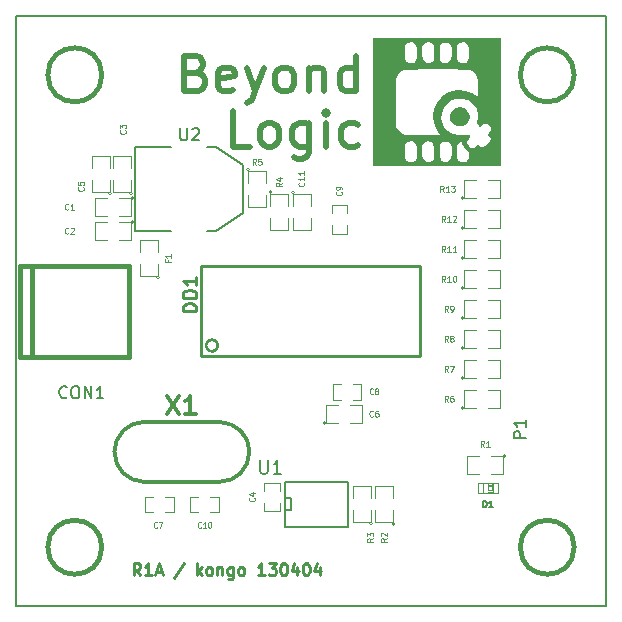
<source format=gto>
G04 (created by PCBNEW (2013-mar-13)-testing) date Thu 04 Apr 2013 06:24:57 PM CEST*
%MOIN*%
G04 Gerber Fmt 3.4, Leading zero omitted, Abs format*
%FSLAX34Y34*%
G01*
G70*
G90*
G04 APERTURE LIST*
%ADD10C,0.006*%
%ADD11C,0.00984252*%
%ADD12C,0.019685*%
%ADD13C,0.00590551*%
%ADD14C,0.015*%
%ADD15C,0.01*%
%ADD16C,0.008*%
%ADD17C,0.005*%
%ADD18C,0.0039*%
%ADD19C,0.0047*%
%ADD20C,0.0026*%
%ADD21C,0.004*%
%ADD22C,0.0125*%
%ADD23C,0.0001*%
%ADD24C,0.01125*%
%ADD25C,0.0043*%
%ADD26C,0.0045*%
%ADD27C,0.012*%
G04 APERTURE END LIST*
G54D10*
G54D11*
X69112Y-67859D02*
X68981Y-67671D01*
X68887Y-67859D02*
X68887Y-67465D01*
X69037Y-67465D01*
X69075Y-67484D01*
X69094Y-67503D01*
X69112Y-67540D01*
X69112Y-67596D01*
X69094Y-67634D01*
X69075Y-67653D01*
X69037Y-67671D01*
X68887Y-67671D01*
X69487Y-67859D02*
X69262Y-67859D01*
X69375Y-67859D02*
X69375Y-67465D01*
X69337Y-67521D01*
X69300Y-67559D01*
X69262Y-67578D01*
X69637Y-67746D02*
X69825Y-67746D01*
X69600Y-67859D02*
X69731Y-67465D01*
X69862Y-67859D01*
X70575Y-67446D02*
X70237Y-67953D01*
X71006Y-67859D02*
X71006Y-67465D01*
X71043Y-67709D02*
X71156Y-67859D01*
X71156Y-67596D02*
X71006Y-67746D01*
X71381Y-67859D02*
X71343Y-67840D01*
X71325Y-67821D01*
X71306Y-67784D01*
X71306Y-67671D01*
X71325Y-67634D01*
X71343Y-67615D01*
X71381Y-67596D01*
X71437Y-67596D01*
X71475Y-67615D01*
X71493Y-67634D01*
X71512Y-67671D01*
X71512Y-67784D01*
X71493Y-67821D01*
X71475Y-67840D01*
X71437Y-67859D01*
X71381Y-67859D01*
X71681Y-67596D02*
X71681Y-67859D01*
X71681Y-67634D02*
X71700Y-67615D01*
X71737Y-67596D01*
X71793Y-67596D01*
X71831Y-67615D01*
X71850Y-67653D01*
X71850Y-67859D01*
X72206Y-67596D02*
X72206Y-67915D01*
X72187Y-67953D01*
X72168Y-67971D01*
X72131Y-67990D01*
X72074Y-67990D01*
X72037Y-67971D01*
X72206Y-67840D02*
X72168Y-67859D01*
X72093Y-67859D01*
X72056Y-67840D01*
X72037Y-67821D01*
X72018Y-67784D01*
X72018Y-67671D01*
X72037Y-67634D01*
X72056Y-67615D01*
X72093Y-67596D01*
X72168Y-67596D01*
X72206Y-67615D01*
X72449Y-67859D02*
X72412Y-67840D01*
X72393Y-67821D01*
X72374Y-67784D01*
X72374Y-67671D01*
X72393Y-67634D01*
X72412Y-67615D01*
X72449Y-67596D01*
X72506Y-67596D01*
X72543Y-67615D01*
X72562Y-67634D01*
X72581Y-67671D01*
X72581Y-67784D01*
X72562Y-67821D01*
X72543Y-67840D01*
X72506Y-67859D01*
X72449Y-67859D01*
X73256Y-67859D02*
X73031Y-67859D01*
X73143Y-67859D02*
X73143Y-67465D01*
X73106Y-67521D01*
X73068Y-67559D01*
X73031Y-67578D01*
X73387Y-67465D02*
X73631Y-67465D01*
X73499Y-67615D01*
X73556Y-67615D01*
X73593Y-67634D01*
X73612Y-67653D01*
X73631Y-67690D01*
X73631Y-67784D01*
X73612Y-67821D01*
X73593Y-67840D01*
X73556Y-67859D01*
X73443Y-67859D01*
X73406Y-67840D01*
X73387Y-67821D01*
X73874Y-67465D02*
X73912Y-67465D01*
X73949Y-67484D01*
X73968Y-67503D01*
X73987Y-67540D01*
X74005Y-67615D01*
X74005Y-67709D01*
X73987Y-67784D01*
X73968Y-67821D01*
X73949Y-67840D01*
X73912Y-67859D01*
X73874Y-67859D01*
X73837Y-67840D01*
X73818Y-67821D01*
X73799Y-67784D01*
X73781Y-67709D01*
X73781Y-67615D01*
X73799Y-67540D01*
X73818Y-67503D01*
X73837Y-67484D01*
X73874Y-67465D01*
X74343Y-67596D02*
X74343Y-67859D01*
X74249Y-67446D02*
X74155Y-67728D01*
X74399Y-67728D01*
X74624Y-67465D02*
X74662Y-67465D01*
X74699Y-67484D01*
X74718Y-67503D01*
X74737Y-67540D01*
X74755Y-67615D01*
X74755Y-67709D01*
X74737Y-67784D01*
X74718Y-67821D01*
X74699Y-67840D01*
X74662Y-67859D01*
X74624Y-67859D01*
X74587Y-67840D01*
X74568Y-67821D01*
X74549Y-67784D01*
X74530Y-67709D01*
X74530Y-67615D01*
X74549Y-67540D01*
X74568Y-67503D01*
X74587Y-67484D01*
X74624Y-67465D01*
X75093Y-67596D02*
X75093Y-67859D01*
X74999Y-67446D02*
X74905Y-67728D01*
X75149Y-67728D01*
G54D12*
X70975Y-51109D02*
X71144Y-51165D01*
X71200Y-51221D01*
X71256Y-51334D01*
X71256Y-51503D01*
X71200Y-51615D01*
X71144Y-51671D01*
X71031Y-51728D01*
X70582Y-51728D01*
X70582Y-50546D01*
X70975Y-50546D01*
X71088Y-50603D01*
X71144Y-50659D01*
X71200Y-50771D01*
X71200Y-50884D01*
X71144Y-50996D01*
X71088Y-51053D01*
X70975Y-51109D01*
X70582Y-51109D01*
X72213Y-51671D02*
X72100Y-51728D01*
X71875Y-51728D01*
X71763Y-51671D01*
X71706Y-51559D01*
X71706Y-51109D01*
X71763Y-50996D01*
X71875Y-50940D01*
X72100Y-50940D01*
X72213Y-50996D01*
X72269Y-51109D01*
X72269Y-51221D01*
X71706Y-51334D01*
X72662Y-50940D02*
X72944Y-51728D01*
X73225Y-50940D02*
X72944Y-51728D01*
X72831Y-52009D01*
X72775Y-52065D01*
X72662Y-52121D01*
X73844Y-51728D02*
X73731Y-51671D01*
X73675Y-51615D01*
X73619Y-51503D01*
X73619Y-51165D01*
X73675Y-51053D01*
X73731Y-50996D01*
X73844Y-50940D01*
X74012Y-50940D01*
X74125Y-50996D01*
X74181Y-51053D01*
X74237Y-51165D01*
X74237Y-51503D01*
X74181Y-51615D01*
X74125Y-51671D01*
X74012Y-51728D01*
X73844Y-51728D01*
X74743Y-50940D02*
X74743Y-51728D01*
X74743Y-51053D02*
X74800Y-50996D01*
X74912Y-50940D01*
X75081Y-50940D01*
X75193Y-50996D01*
X75250Y-51109D01*
X75250Y-51728D01*
X76318Y-51728D02*
X76318Y-50546D01*
X76318Y-51671D02*
X76206Y-51728D01*
X75981Y-51728D01*
X75868Y-51671D01*
X75812Y-51615D01*
X75756Y-51503D01*
X75756Y-51165D01*
X75812Y-51053D01*
X75868Y-50996D01*
X75981Y-50940D01*
X76206Y-50940D01*
X76318Y-50996D01*
X72775Y-53578D02*
X72213Y-53578D01*
X72213Y-52397D01*
X73337Y-53578D02*
X73225Y-53522D01*
X73169Y-53465D01*
X73112Y-53353D01*
X73112Y-53016D01*
X73169Y-52903D01*
X73225Y-52847D01*
X73337Y-52791D01*
X73506Y-52791D01*
X73619Y-52847D01*
X73675Y-52903D01*
X73731Y-53016D01*
X73731Y-53353D01*
X73675Y-53465D01*
X73619Y-53522D01*
X73506Y-53578D01*
X73337Y-53578D01*
X74743Y-52791D02*
X74743Y-53747D01*
X74687Y-53859D01*
X74631Y-53915D01*
X74519Y-53972D01*
X74350Y-53972D01*
X74237Y-53915D01*
X74743Y-53522D02*
X74631Y-53578D01*
X74406Y-53578D01*
X74294Y-53522D01*
X74237Y-53465D01*
X74181Y-53353D01*
X74181Y-53016D01*
X74237Y-52903D01*
X74294Y-52847D01*
X74406Y-52791D01*
X74631Y-52791D01*
X74743Y-52847D01*
X75306Y-53578D02*
X75306Y-52791D01*
X75306Y-52397D02*
X75250Y-52453D01*
X75306Y-52509D01*
X75362Y-52453D01*
X75306Y-52397D01*
X75306Y-52509D01*
X76375Y-53522D02*
X76262Y-53578D01*
X76037Y-53578D01*
X75925Y-53522D01*
X75868Y-53465D01*
X75812Y-53353D01*
X75812Y-53016D01*
X75868Y-52903D01*
X75925Y-52847D01*
X76037Y-52791D01*
X76262Y-52791D01*
X76375Y-52847D01*
G54D13*
X64960Y-49212D02*
X64960Y-68897D01*
X84645Y-49212D02*
X64960Y-49212D01*
X84645Y-68897D02*
X84645Y-49212D01*
X64960Y-68897D02*
X84645Y-68897D01*
G54D14*
X65512Y-57539D02*
X65512Y-60571D01*
X65118Y-57539D02*
X65118Y-60571D01*
X65118Y-60571D02*
X68740Y-60571D01*
X68740Y-60571D02*
X68740Y-57539D01*
X68740Y-57539D02*
X65118Y-57539D01*
G54D15*
X71703Y-60205D02*
G75*
G03X71703Y-60205I-200J0D01*
G74*
G01*
X71153Y-60555D02*
X78453Y-60555D01*
X78453Y-60555D02*
X78453Y-57555D01*
X78453Y-57555D02*
X71153Y-57555D01*
X71153Y-57555D02*
X71153Y-60555D01*
G54D16*
X70150Y-53600D02*
X68950Y-53600D01*
X68950Y-53600D02*
X68950Y-56400D01*
X68950Y-56400D02*
X70150Y-56400D01*
X71350Y-53600D02*
X71650Y-53600D01*
X71650Y-53600D02*
X72550Y-54200D01*
X72550Y-54200D02*
X72550Y-55800D01*
X72550Y-55800D02*
X71650Y-56400D01*
X71650Y-56400D02*
X71350Y-56400D01*
G54D17*
X73950Y-66200D02*
X73950Y-66250D01*
X73950Y-66250D02*
X76050Y-66250D01*
X76050Y-64750D02*
X73950Y-64750D01*
X73950Y-64750D02*
X73950Y-66200D01*
X73950Y-65300D02*
X74150Y-65300D01*
X74150Y-65300D02*
X74150Y-65700D01*
X74150Y-65700D02*
X73950Y-65700D01*
X76050Y-64750D02*
X76050Y-66250D01*
G54D18*
X79900Y-55300D02*
G75*
G03X79900Y-55300I-50J0D01*
G74*
G01*
X80300Y-55300D02*
X79900Y-55300D01*
X79900Y-55300D02*
X79900Y-54700D01*
X79900Y-54700D02*
X80300Y-54700D01*
X80700Y-54700D02*
X81100Y-54700D01*
X81100Y-54700D02*
X81100Y-55300D01*
X81100Y-55300D02*
X80700Y-55300D01*
X79900Y-62300D02*
G75*
G03X79900Y-62300I-50J0D01*
G74*
G01*
X80300Y-62300D02*
X79900Y-62300D01*
X79900Y-62300D02*
X79900Y-61700D01*
X79900Y-61700D02*
X80300Y-61700D01*
X80700Y-61700D02*
X81100Y-61700D01*
X81100Y-61700D02*
X81100Y-62300D01*
X81100Y-62300D02*
X80700Y-62300D01*
X79900Y-61300D02*
G75*
G03X79900Y-61300I-50J0D01*
G74*
G01*
X80300Y-61300D02*
X79900Y-61300D01*
X79900Y-61300D02*
X79900Y-60700D01*
X79900Y-60700D02*
X80300Y-60700D01*
X80700Y-60700D02*
X81100Y-60700D01*
X81100Y-60700D02*
X81100Y-61300D01*
X81100Y-61300D02*
X80700Y-61300D01*
X79900Y-60300D02*
G75*
G03X79900Y-60300I-50J0D01*
G74*
G01*
X80300Y-60300D02*
X79900Y-60300D01*
X79900Y-60300D02*
X79900Y-59700D01*
X79900Y-59700D02*
X80300Y-59700D01*
X80700Y-59700D02*
X81100Y-59700D01*
X81100Y-59700D02*
X81100Y-60300D01*
X81100Y-60300D02*
X80700Y-60300D01*
X79900Y-59300D02*
G75*
G03X79900Y-59300I-50J0D01*
G74*
G01*
X80300Y-59300D02*
X79900Y-59300D01*
X79900Y-59300D02*
X79900Y-58700D01*
X79900Y-58700D02*
X80300Y-58700D01*
X80700Y-58700D02*
X81100Y-58700D01*
X81100Y-58700D02*
X81100Y-59300D01*
X81100Y-59300D02*
X80700Y-59300D01*
X79900Y-58300D02*
G75*
G03X79900Y-58300I-50J0D01*
G74*
G01*
X80300Y-58300D02*
X79900Y-58300D01*
X79900Y-58300D02*
X79900Y-57700D01*
X79900Y-57700D02*
X80300Y-57700D01*
X80700Y-57700D02*
X81100Y-57700D01*
X81100Y-57700D02*
X81100Y-58300D01*
X81100Y-58300D02*
X80700Y-58300D01*
X79900Y-57300D02*
G75*
G03X79900Y-57300I-50J0D01*
G74*
G01*
X80300Y-57300D02*
X79900Y-57300D01*
X79900Y-57300D02*
X79900Y-56700D01*
X79900Y-56700D02*
X80300Y-56700D01*
X80700Y-56700D02*
X81100Y-56700D01*
X81100Y-56700D02*
X81100Y-57300D01*
X81100Y-57300D02*
X80700Y-57300D01*
X79900Y-56300D02*
G75*
G03X79900Y-56300I-50J0D01*
G74*
G01*
X80300Y-56300D02*
X79900Y-56300D01*
X79900Y-56300D02*
X79900Y-55700D01*
X79900Y-55700D02*
X80300Y-55700D01*
X80700Y-55700D02*
X81100Y-55700D01*
X81100Y-55700D02*
X81100Y-56300D01*
X81100Y-56300D02*
X80700Y-56300D01*
X81300Y-63900D02*
G75*
G03X81300Y-63900I-50J0D01*
G74*
G01*
X80800Y-63900D02*
X81200Y-63900D01*
X81200Y-63900D02*
X81200Y-64500D01*
X81200Y-64500D02*
X80800Y-64500D01*
X80400Y-64500D02*
X80000Y-64500D01*
X80000Y-64500D02*
X80000Y-63900D01*
X80000Y-63900D02*
X80400Y-63900D01*
X68150Y-55150D02*
G75*
G03X68150Y-55150I-50J0D01*
G74*
G01*
X68100Y-54700D02*
X68100Y-55100D01*
X68100Y-55100D02*
X67500Y-55100D01*
X67500Y-55100D02*
X67500Y-54700D01*
X67500Y-54300D02*
X67500Y-53900D01*
X67500Y-53900D02*
X68100Y-53900D01*
X68100Y-53900D02*
X68100Y-54300D01*
X72750Y-54350D02*
G75*
G03X72750Y-54350I-50J0D01*
G74*
G01*
X72700Y-54800D02*
X72700Y-54400D01*
X72700Y-54400D02*
X73300Y-54400D01*
X73300Y-54400D02*
X73300Y-54800D01*
X73300Y-55200D02*
X73300Y-55600D01*
X73300Y-55600D02*
X72700Y-55600D01*
X72700Y-55600D02*
X72700Y-55200D01*
X73500Y-55100D02*
G75*
G03X73500Y-55100I-50J0D01*
G74*
G01*
X73450Y-55550D02*
X73450Y-55150D01*
X73450Y-55150D02*
X74050Y-55150D01*
X74050Y-55150D02*
X74050Y-55550D01*
X74050Y-55950D02*
X74050Y-56350D01*
X74050Y-56350D02*
X73450Y-56350D01*
X73450Y-56350D02*
X73450Y-55950D01*
X74250Y-55100D02*
G75*
G03X74250Y-55100I-50J0D01*
G74*
G01*
X74200Y-55550D02*
X74200Y-55150D01*
X74200Y-55150D02*
X74800Y-55150D01*
X74800Y-55150D02*
X74800Y-55550D01*
X74800Y-55950D02*
X74800Y-56350D01*
X74800Y-56350D02*
X74200Y-56350D01*
X74200Y-56350D02*
X74200Y-55950D01*
X77600Y-66150D02*
G75*
G03X77600Y-66150I-50J0D01*
G74*
G01*
X77550Y-65700D02*
X77550Y-66100D01*
X77550Y-66100D02*
X76950Y-66100D01*
X76950Y-66100D02*
X76950Y-65700D01*
X76950Y-65300D02*
X76950Y-64900D01*
X76950Y-64900D02*
X77550Y-64900D01*
X77550Y-64900D02*
X77550Y-65300D01*
X76850Y-66150D02*
G75*
G03X76850Y-66150I-50J0D01*
G74*
G01*
X76800Y-65700D02*
X76800Y-66100D01*
X76800Y-66100D02*
X76200Y-66100D01*
X76200Y-66100D02*
X76200Y-65700D01*
X76200Y-65300D02*
X76200Y-64900D01*
X76200Y-64900D02*
X76800Y-64900D01*
X76800Y-64900D02*
X76800Y-65300D01*
X75300Y-62800D02*
G75*
G03X75300Y-62800I-50J0D01*
G74*
G01*
X75700Y-62800D02*
X75300Y-62800D01*
X75300Y-62800D02*
X75300Y-62200D01*
X75300Y-62200D02*
X75700Y-62200D01*
X76100Y-62200D02*
X76500Y-62200D01*
X76500Y-62200D02*
X76500Y-62800D01*
X76500Y-62800D02*
X76100Y-62800D01*
X69750Y-57950D02*
G75*
G03X69750Y-57950I-50J0D01*
G74*
G01*
X69700Y-57500D02*
X69700Y-57900D01*
X69700Y-57900D02*
X69100Y-57900D01*
X69100Y-57900D02*
X69100Y-57500D01*
X69100Y-57100D02*
X69100Y-56700D01*
X69100Y-56700D02*
X69700Y-56700D01*
X69700Y-56700D02*
X69700Y-57100D01*
X68900Y-56100D02*
G75*
G03X68900Y-56100I-50J0D01*
G74*
G01*
X68400Y-56100D02*
X68800Y-56100D01*
X68800Y-56100D02*
X68800Y-56700D01*
X68800Y-56700D02*
X68400Y-56700D01*
X68000Y-56700D02*
X67600Y-56700D01*
X67600Y-56700D02*
X67600Y-56100D01*
X67600Y-56100D02*
X68000Y-56100D01*
X68850Y-55150D02*
G75*
G03X68850Y-55150I-50J0D01*
G74*
G01*
X68800Y-54700D02*
X68800Y-55100D01*
X68800Y-55100D02*
X68200Y-55100D01*
X68200Y-55100D02*
X68200Y-54700D01*
X68200Y-54300D02*
X68200Y-53900D01*
X68200Y-53900D02*
X68800Y-53900D01*
X68800Y-53900D02*
X68800Y-54300D01*
X68900Y-55300D02*
G75*
G03X68900Y-55300I-50J0D01*
G74*
G01*
X68400Y-55300D02*
X68800Y-55300D01*
X68800Y-55300D02*
X68800Y-55900D01*
X68800Y-55900D02*
X68400Y-55900D01*
X68000Y-55900D02*
X67600Y-55900D01*
X67600Y-55900D02*
X67600Y-55300D01*
X67600Y-55300D02*
X68000Y-55300D01*
G54D19*
X76197Y-62006D02*
X76472Y-62006D01*
X75803Y-62006D02*
X75528Y-62006D01*
X76197Y-61494D02*
X76472Y-61494D01*
X75528Y-61494D02*
X75803Y-61494D01*
X76472Y-61500D02*
X76472Y-62000D01*
X75528Y-62000D02*
X75528Y-61500D01*
X76006Y-55803D02*
X76006Y-55528D01*
X76006Y-56197D02*
X76006Y-56472D01*
X75494Y-55803D02*
X75494Y-55528D01*
X75494Y-56472D02*
X75494Y-56197D01*
X75500Y-55528D02*
X76000Y-55528D01*
X76000Y-56472D02*
X75500Y-56472D01*
X73244Y-65447D02*
X73244Y-65722D01*
X73244Y-65053D02*
X73244Y-64778D01*
X73756Y-65447D02*
X73756Y-65722D01*
X73756Y-64778D02*
X73756Y-65053D01*
X73750Y-65722D02*
X73250Y-65722D01*
X73250Y-64778D02*
X73750Y-64778D01*
X69947Y-65756D02*
X70222Y-65756D01*
X69553Y-65756D02*
X69278Y-65756D01*
X69947Y-65244D02*
X70222Y-65244D01*
X69278Y-65244D02*
X69553Y-65244D01*
X70222Y-65250D02*
X70222Y-65750D01*
X69278Y-65750D02*
X69278Y-65250D01*
X71447Y-65756D02*
X71722Y-65756D01*
X71053Y-65756D02*
X70778Y-65756D01*
X71447Y-65244D02*
X71722Y-65244D01*
X70778Y-65244D02*
X71053Y-65244D01*
X71722Y-65250D02*
X71722Y-65750D01*
X70778Y-65750D02*
X70778Y-65250D01*
G54D20*
X80885Y-64783D02*
X80885Y-65137D01*
X80885Y-65137D02*
X81042Y-65137D01*
X81042Y-64783D02*
X81042Y-65137D01*
X80885Y-64783D02*
X81042Y-64783D01*
X80374Y-64783D02*
X80374Y-65137D01*
X80374Y-65137D02*
X80531Y-65137D01*
X80531Y-64783D02*
X80531Y-65137D01*
X80374Y-64783D02*
X80531Y-64783D01*
X80708Y-64783D02*
X80708Y-64842D01*
X80708Y-64842D02*
X80826Y-64842D01*
X80826Y-64783D02*
X80826Y-64842D01*
X80708Y-64783D02*
X80826Y-64783D01*
X80708Y-65078D02*
X80708Y-65137D01*
X80708Y-65137D02*
X80826Y-65137D01*
X80826Y-65078D02*
X80826Y-65137D01*
X80708Y-65078D02*
X80826Y-65078D01*
X80708Y-64901D02*
X80708Y-65019D01*
X80708Y-65019D02*
X80826Y-65019D01*
X80826Y-64901D02*
X80826Y-65019D01*
X80708Y-64901D02*
X80826Y-64901D01*
G54D21*
X80885Y-64803D02*
X80531Y-64803D01*
X80885Y-65117D02*
X80531Y-65117D01*
G54D22*
X69250Y-64750D02*
X71750Y-64750D01*
X69250Y-62750D02*
X71750Y-62750D01*
X72750Y-63750D02*
G75*
G03X71750Y-62750I-1000J0D01*
G74*
G01*
X71750Y-64750D02*
G75*
G03X72750Y-63750I0J1000D01*
G74*
G01*
X69250Y-62750D02*
G75*
G03X68250Y-63750I0J-1000D01*
G74*
G01*
X68250Y-63750D02*
G75*
G03X69250Y-64750I1000J0D01*
G74*
G01*
G54D14*
X67829Y-51181D02*
G75*
G03X67829Y-51181I-900J0D01*
G74*
G01*
X83577Y-51181D02*
G75*
G03X83577Y-51181I-900J0D01*
G74*
G01*
X83577Y-66929D02*
G75*
G03X83577Y-66929I-900J0D01*
G74*
G01*
X67829Y-66929D02*
G75*
G03X67829Y-66929I-900J0D01*
G74*
G01*
G54D23*
G36*
X81133Y-54233D02*
X80794Y-54233D01*
X80794Y-53314D01*
X80778Y-53261D01*
X80736Y-53227D01*
X80694Y-53196D01*
X80692Y-53164D01*
X80729Y-53106D01*
X80736Y-53096D01*
X80789Y-53004D01*
X80792Y-52932D01*
X80745Y-52861D01*
X80662Y-52806D01*
X80577Y-52818D01*
X80516Y-52867D01*
X80468Y-52912D01*
X80430Y-52907D01*
X80394Y-52878D01*
X80349Y-52803D01*
X80353Y-52755D01*
X80371Y-52638D01*
X80367Y-52497D01*
X80367Y-51904D01*
X80367Y-51584D01*
X80361Y-51396D01*
X80341Y-51260D01*
X80302Y-51164D01*
X80238Y-51095D01*
X80163Y-51048D01*
X80099Y-51033D01*
X80067Y-51029D01*
X80067Y-50447D01*
X80058Y-50286D01*
X80031Y-50180D01*
X79978Y-50122D01*
X79896Y-50100D01*
X79875Y-50100D01*
X79779Y-50116D01*
X79715Y-50169D01*
X79679Y-50268D01*
X79667Y-50421D01*
X79667Y-50453D01*
X79669Y-50583D01*
X79679Y-50664D01*
X79702Y-50713D01*
X79741Y-50748D01*
X79853Y-50796D01*
X79957Y-50778D01*
X80006Y-50745D01*
X80039Y-50699D01*
X80058Y-50628D01*
X80066Y-50515D01*
X80067Y-50447D01*
X80067Y-51029D01*
X79979Y-51020D01*
X79812Y-51010D01*
X79610Y-51002D01*
X79504Y-50999D01*
X79504Y-50401D01*
X79491Y-50274D01*
X79458Y-50179D01*
X79445Y-50161D01*
X79357Y-50109D01*
X79245Y-50106D01*
X79164Y-50134D01*
X79131Y-50161D01*
X79112Y-50207D01*
X79102Y-50289D01*
X79100Y-50420D01*
X79100Y-50432D01*
X79104Y-50584D01*
X79119Y-50682D01*
X79145Y-50740D01*
X79152Y-50747D01*
X79241Y-50794D01*
X79344Y-50787D01*
X79433Y-50733D01*
X79475Y-50655D01*
X79498Y-50536D01*
X79504Y-50401D01*
X79504Y-50999D01*
X79381Y-50997D01*
X79136Y-50995D01*
X78900Y-50995D01*
X78900Y-50493D01*
X78900Y-50450D01*
X78898Y-50309D01*
X78890Y-50221D01*
X78874Y-50169D01*
X78845Y-50140D01*
X78835Y-50134D01*
X78721Y-50101D01*
X78617Y-50119D01*
X78552Y-50174D01*
X78515Y-50267D01*
X78498Y-50393D01*
X78501Y-50528D01*
X78523Y-50648D01*
X78564Y-50730D01*
X78567Y-50733D01*
X78667Y-50792D01*
X78782Y-50788D01*
X78835Y-50765D01*
X78867Y-50740D01*
X78887Y-50696D01*
X78897Y-50618D01*
X78900Y-50493D01*
X78900Y-50995D01*
X78886Y-50995D01*
X78641Y-50997D01*
X78410Y-51003D01*
X78333Y-51005D01*
X78333Y-50447D01*
X78325Y-50286D01*
X78297Y-50180D01*
X78245Y-50122D01*
X78163Y-50100D01*
X78142Y-50100D01*
X78045Y-50116D01*
X77982Y-50169D01*
X77946Y-50268D01*
X77933Y-50421D01*
X77933Y-50453D01*
X77936Y-50583D01*
X77946Y-50664D01*
X77968Y-50713D01*
X78007Y-50748D01*
X78119Y-50796D01*
X78224Y-50778D01*
X78272Y-50745D01*
X78306Y-50699D01*
X78325Y-50628D01*
X78332Y-50515D01*
X78333Y-50447D01*
X78333Y-51005D01*
X78204Y-51010D01*
X78032Y-51021D01*
X77907Y-51033D01*
X77836Y-51049D01*
X77832Y-51050D01*
X77774Y-51084D01*
X77729Y-51123D01*
X77694Y-51176D01*
X77669Y-51251D01*
X77652Y-51356D01*
X77641Y-51498D01*
X77636Y-51685D01*
X77633Y-51926D01*
X77633Y-52112D01*
X77633Y-52928D01*
X77722Y-53034D01*
X77796Y-53109D01*
X77867Y-53161D01*
X77880Y-53168D01*
X77936Y-53177D01*
X78045Y-53185D01*
X78196Y-53192D01*
X78376Y-53196D01*
X78525Y-53198D01*
X79100Y-53200D01*
X78997Y-53017D01*
X78904Y-52790D01*
X78873Y-52561D01*
X78904Y-52337D01*
X78994Y-52128D01*
X79142Y-51944D01*
X79153Y-51934D01*
X79322Y-51801D01*
X79491Y-51723D01*
X79682Y-51689D01*
X79750Y-51687D01*
X79979Y-51708D01*
X80181Y-51784D01*
X80275Y-51841D01*
X80367Y-51904D01*
X80367Y-52497D01*
X80343Y-52366D01*
X80321Y-52309D01*
X80201Y-52146D01*
X80046Y-52033D01*
X79866Y-51975D01*
X79672Y-51975D01*
X79477Y-52036D01*
X79331Y-52141D01*
X79224Y-52289D01*
X79161Y-52463D01*
X79150Y-52646D01*
X79166Y-52731D01*
X79246Y-52908D01*
X79374Y-53049D01*
X79539Y-53145D01*
X79729Y-53190D01*
X79869Y-53186D01*
X80008Y-53178D01*
X80087Y-53199D01*
X80107Y-53248D01*
X80066Y-53324D01*
X80066Y-53325D01*
X80012Y-53406D01*
X80009Y-53469D01*
X80056Y-53538D01*
X80072Y-53556D01*
X80145Y-53618D01*
X80211Y-53625D01*
X80292Y-53579D01*
X80308Y-53567D01*
X80370Y-53525D01*
X80409Y-53526D01*
X80434Y-53550D01*
X80480Y-53590D01*
X80531Y-53590D01*
X80599Y-53545D01*
X80673Y-53476D01*
X80760Y-53382D01*
X80794Y-53314D01*
X80794Y-54233D01*
X80067Y-54233D01*
X80067Y-53862D01*
X80054Y-53763D01*
X80005Y-53692D01*
X79968Y-53662D01*
X79895Y-53587D01*
X79850Y-53501D01*
X79849Y-53495D01*
X79826Y-53420D01*
X79793Y-53407D01*
X79734Y-53449D01*
X79727Y-53455D01*
X79694Y-53500D01*
X79675Y-53571D01*
X79667Y-53684D01*
X79667Y-53753D01*
X79669Y-53883D01*
X79679Y-53964D01*
X79702Y-54013D01*
X79741Y-54048D01*
X79853Y-54096D01*
X79957Y-54078D01*
X80006Y-54045D01*
X80054Y-53959D01*
X80067Y-53862D01*
X80067Y-54233D01*
X79504Y-54233D01*
X79504Y-53701D01*
X79491Y-53574D01*
X79458Y-53479D01*
X79445Y-53461D01*
X79357Y-53409D01*
X79245Y-53406D01*
X79164Y-53434D01*
X79131Y-53462D01*
X79111Y-53509D01*
X79102Y-53592D01*
X79100Y-53723D01*
X79104Y-53873D01*
X79120Y-53971D01*
X79149Y-54032D01*
X79155Y-54039D01*
X79242Y-54092D01*
X79344Y-54088D01*
X79433Y-54033D01*
X79475Y-53955D01*
X79498Y-53836D01*
X79504Y-53701D01*
X79504Y-54233D01*
X79000Y-54233D01*
X78900Y-54233D01*
X78900Y-53789D01*
X78900Y-53755D01*
X78896Y-53596D01*
X78879Y-53492D01*
X78845Y-53432D01*
X78786Y-53405D01*
X78712Y-53400D01*
X78612Y-53420D01*
X78546Y-53484D01*
X78510Y-53599D01*
X78500Y-53757D01*
X78505Y-53887D01*
X78524Y-53970D01*
X78561Y-54028D01*
X78567Y-54033D01*
X78667Y-54092D01*
X78782Y-54088D01*
X78835Y-54065D01*
X78868Y-54040D01*
X78887Y-53995D01*
X78897Y-53916D01*
X78900Y-53789D01*
X78900Y-54233D01*
X78333Y-54233D01*
X78333Y-53755D01*
X78333Y-53750D01*
X78325Y-53589D01*
X78299Y-53484D01*
X78248Y-53424D01*
X78166Y-53401D01*
X78133Y-53400D01*
X78041Y-53413D01*
X77981Y-53460D01*
X77947Y-53550D01*
X77934Y-53692D01*
X77933Y-53750D01*
X77936Y-53881D01*
X77946Y-53962D01*
X77968Y-54012D01*
X78006Y-54047D01*
X78007Y-54048D01*
X78082Y-54087D01*
X78133Y-54100D01*
X78199Y-54082D01*
X78259Y-54048D01*
X78298Y-54013D01*
X78320Y-53964D01*
X78331Y-53884D01*
X78333Y-53755D01*
X78333Y-54233D01*
X76867Y-54233D01*
X76867Y-52100D01*
X76867Y-49967D01*
X79000Y-49967D01*
X81133Y-49967D01*
X81133Y-52100D01*
X81133Y-54233D01*
X81133Y-54233D01*
X81133Y-54233D01*
G37*
G36*
X80094Y-52544D02*
X80089Y-52615D01*
X80042Y-52750D01*
X79953Y-52846D01*
X79837Y-52898D01*
X79709Y-52899D01*
X79583Y-52846D01*
X79531Y-52802D01*
X79453Y-52684D01*
X79433Y-52554D01*
X79468Y-52428D01*
X79555Y-52324D01*
X79623Y-52282D01*
X79765Y-52246D01*
X79895Y-52275D01*
X80013Y-52368D01*
X80019Y-52376D01*
X80078Y-52461D01*
X80094Y-52544D01*
X80094Y-52544D01*
X80094Y-52544D01*
G37*
G54D16*
X66664Y-61923D02*
X66645Y-61942D01*
X66588Y-61961D01*
X66550Y-61961D01*
X66492Y-61942D01*
X66454Y-61904D01*
X66435Y-61866D01*
X66416Y-61790D01*
X66416Y-61733D01*
X66435Y-61657D01*
X66454Y-61619D01*
X66492Y-61580D01*
X66550Y-61561D01*
X66588Y-61561D01*
X66645Y-61580D01*
X66664Y-61600D01*
X66911Y-61561D02*
X66988Y-61561D01*
X67026Y-61580D01*
X67064Y-61619D01*
X67083Y-61695D01*
X67083Y-61828D01*
X67064Y-61904D01*
X67026Y-61942D01*
X66988Y-61961D01*
X66911Y-61961D01*
X66873Y-61942D01*
X66835Y-61904D01*
X66816Y-61828D01*
X66816Y-61695D01*
X66835Y-61619D01*
X66873Y-61580D01*
X66911Y-61561D01*
X67254Y-61961D02*
X67254Y-61561D01*
X67483Y-61961D01*
X67483Y-61561D01*
X67883Y-61961D02*
X67654Y-61961D01*
X67769Y-61961D02*
X67769Y-61561D01*
X67730Y-61619D01*
X67692Y-61657D01*
X67654Y-61676D01*
G54D24*
X70982Y-59057D02*
X70532Y-59057D01*
X70532Y-58949D01*
X70553Y-58885D01*
X70596Y-58842D01*
X70639Y-58821D01*
X70725Y-58799D01*
X70789Y-58799D01*
X70875Y-58821D01*
X70917Y-58842D01*
X70960Y-58885D01*
X70982Y-58949D01*
X70982Y-59057D01*
X70982Y-58607D02*
X70532Y-58607D01*
X70532Y-58499D01*
X70553Y-58435D01*
X70596Y-58392D01*
X70639Y-58371D01*
X70725Y-58349D01*
X70789Y-58349D01*
X70875Y-58371D01*
X70917Y-58392D01*
X70960Y-58435D01*
X70982Y-58499D01*
X70982Y-58607D01*
X70982Y-57921D02*
X70982Y-58178D01*
X70982Y-58049D02*
X70532Y-58049D01*
X70596Y-58092D01*
X70639Y-58135D01*
X70660Y-58178D01*
G54D16*
X70445Y-52961D02*
X70445Y-53285D01*
X70464Y-53323D01*
X70483Y-53342D01*
X70521Y-53361D01*
X70597Y-53361D01*
X70635Y-53342D01*
X70654Y-53323D01*
X70673Y-53285D01*
X70673Y-52961D01*
X70845Y-53000D02*
X70864Y-52980D01*
X70902Y-52961D01*
X70997Y-52961D01*
X71035Y-52980D01*
X71054Y-53000D01*
X71073Y-53038D01*
X71073Y-53076D01*
X71054Y-53133D01*
X70826Y-53361D01*
X71073Y-53361D01*
G54D10*
X73107Y-64032D02*
X73107Y-64396D01*
X73128Y-64439D01*
X73150Y-64460D01*
X73192Y-64482D01*
X73278Y-64482D01*
X73321Y-64460D01*
X73342Y-64439D01*
X73364Y-64396D01*
X73364Y-64032D01*
X73814Y-64482D02*
X73557Y-64482D01*
X73685Y-64482D02*
X73685Y-64032D01*
X73642Y-64096D01*
X73600Y-64139D01*
X73557Y-64160D01*
G54D25*
X79223Y-55079D02*
X79157Y-54985D01*
X79110Y-55079D02*
X79110Y-54882D01*
X79185Y-54882D01*
X79204Y-54892D01*
X79213Y-54901D01*
X79223Y-54920D01*
X79223Y-54948D01*
X79213Y-54967D01*
X79204Y-54976D01*
X79185Y-54985D01*
X79110Y-54985D01*
X79410Y-55079D02*
X79298Y-55079D01*
X79354Y-55079D02*
X79354Y-54882D01*
X79335Y-54910D01*
X79317Y-54929D01*
X79298Y-54939D01*
X79476Y-54882D02*
X79598Y-54882D01*
X79532Y-54957D01*
X79561Y-54957D01*
X79579Y-54967D01*
X79589Y-54976D01*
X79598Y-54995D01*
X79598Y-55042D01*
X79589Y-55060D01*
X79579Y-55070D01*
X79561Y-55079D01*
X79504Y-55079D01*
X79486Y-55070D01*
X79476Y-55060D01*
X79367Y-62079D02*
X79301Y-61985D01*
X79254Y-62079D02*
X79254Y-61882D01*
X79329Y-61882D01*
X79348Y-61892D01*
X79357Y-61901D01*
X79367Y-61920D01*
X79367Y-61948D01*
X79357Y-61967D01*
X79348Y-61976D01*
X79329Y-61985D01*
X79254Y-61985D01*
X79536Y-61882D02*
X79498Y-61882D01*
X79479Y-61892D01*
X79470Y-61901D01*
X79451Y-61929D01*
X79442Y-61967D01*
X79442Y-62042D01*
X79451Y-62060D01*
X79460Y-62070D01*
X79479Y-62079D01*
X79517Y-62079D01*
X79536Y-62070D01*
X79545Y-62060D01*
X79554Y-62042D01*
X79554Y-61995D01*
X79545Y-61976D01*
X79536Y-61967D01*
X79517Y-61957D01*
X79479Y-61957D01*
X79460Y-61967D01*
X79451Y-61976D01*
X79442Y-61995D01*
X79367Y-61079D02*
X79301Y-60985D01*
X79254Y-61079D02*
X79254Y-60882D01*
X79329Y-60882D01*
X79348Y-60892D01*
X79357Y-60901D01*
X79367Y-60920D01*
X79367Y-60948D01*
X79357Y-60967D01*
X79348Y-60976D01*
X79329Y-60985D01*
X79254Y-60985D01*
X79432Y-60882D02*
X79564Y-60882D01*
X79479Y-61079D01*
X79367Y-60079D02*
X79301Y-59985D01*
X79254Y-60079D02*
X79254Y-59882D01*
X79329Y-59882D01*
X79348Y-59892D01*
X79357Y-59901D01*
X79367Y-59920D01*
X79367Y-59948D01*
X79357Y-59967D01*
X79348Y-59976D01*
X79329Y-59985D01*
X79254Y-59985D01*
X79479Y-59967D02*
X79460Y-59957D01*
X79451Y-59948D01*
X79442Y-59929D01*
X79442Y-59920D01*
X79451Y-59901D01*
X79460Y-59892D01*
X79479Y-59882D01*
X79517Y-59882D01*
X79536Y-59892D01*
X79545Y-59901D01*
X79554Y-59920D01*
X79554Y-59929D01*
X79545Y-59948D01*
X79536Y-59957D01*
X79517Y-59967D01*
X79479Y-59967D01*
X79460Y-59976D01*
X79451Y-59985D01*
X79442Y-60004D01*
X79442Y-60042D01*
X79451Y-60060D01*
X79460Y-60070D01*
X79479Y-60079D01*
X79517Y-60079D01*
X79536Y-60070D01*
X79545Y-60060D01*
X79554Y-60042D01*
X79554Y-60004D01*
X79545Y-59985D01*
X79536Y-59976D01*
X79517Y-59967D01*
X79367Y-59079D02*
X79301Y-58985D01*
X79254Y-59079D02*
X79254Y-58882D01*
X79329Y-58882D01*
X79348Y-58892D01*
X79357Y-58901D01*
X79367Y-58920D01*
X79367Y-58948D01*
X79357Y-58967D01*
X79348Y-58976D01*
X79329Y-58985D01*
X79254Y-58985D01*
X79460Y-59079D02*
X79498Y-59079D01*
X79517Y-59070D01*
X79526Y-59060D01*
X79545Y-59032D01*
X79554Y-58995D01*
X79554Y-58920D01*
X79545Y-58901D01*
X79536Y-58892D01*
X79517Y-58882D01*
X79479Y-58882D01*
X79460Y-58892D01*
X79451Y-58901D01*
X79442Y-58920D01*
X79442Y-58967D01*
X79451Y-58985D01*
X79460Y-58995D01*
X79479Y-59004D01*
X79517Y-59004D01*
X79536Y-58995D01*
X79545Y-58985D01*
X79554Y-58967D01*
X79273Y-58079D02*
X79207Y-57985D01*
X79160Y-58079D02*
X79160Y-57882D01*
X79235Y-57882D01*
X79254Y-57892D01*
X79263Y-57901D01*
X79273Y-57920D01*
X79273Y-57948D01*
X79263Y-57967D01*
X79254Y-57976D01*
X79235Y-57985D01*
X79160Y-57985D01*
X79460Y-58079D02*
X79348Y-58079D01*
X79404Y-58079D02*
X79404Y-57882D01*
X79385Y-57910D01*
X79367Y-57929D01*
X79348Y-57939D01*
X79582Y-57882D02*
X79601Y-57882D01*
X79620Y-57892D01*
X79629Y-57901D01*
X79639Y-57920D01*
X79648Y-57957D01*
X79648Y-58004D01*
X79639Y-58042D01*
X79629Y-58060D01*
X79620Y-58070D01*
X79601Y-58079D01*
X79582Y-58079D01*
X79564Y-58070D01*
X79554Y-58060D01*
X79545Y-58042D01*
X79536Y-58004D01*
X79536Y-57957D01*
X79545Y-57920D01*
X79554Y-57901D01*
X79564Y-57892D01*
X79582Y-57882D01*
X79273Y-57079D02*
X79207Y-56985D01*
X79160Y-57079D02*
X79160Y-56882D01*
X79235Y-56882D01*
X79254Y-56892D01*
X79263Y-56901D01*
X79273Y-56920D01*
X79273Y-56948D01*
X79263Y-56967D01*
X79254Y-56976D01*
X79235Y-56985D01*
X79160Y-56985D01*
X79460Y-57079D02*
X79348Y-57079D01*
X79404Y-57079D02*
X79404Y-56882D01*
X79385Y-56910D01*
X79367Y-56929D01*
X79348Y-56939D01*
X79648Y-57079D02*
X79536Y-57079D01*
X79592Y-57079D02*
X79592Y-56882D01*
X79573Y-56910D01*
X79554Y-56929D01*
X79536Y-56939D01*
X79273Y-56079D02*
X79207Y-55985D01*
X79160Y-56079D02*
X79160Y-55882D01*
X79235Y-55882D01*
X79254Y-55892D01*
X79263Y-55901D01*
X79273Y-55920D01*
X79273Y-55948D01*
X79263Y-55967D01*
X79254Y-55976D01*
X79235Y-55985D01*
X79160Y-55985D01*
X79460Y-56079D02*
X79348Y-56079D01*
X79404Y-56079D02*
X79404Y-55882D01*
X79385Y-55910D01*
X79367Y-55929D01*
X79348Y-55939D01*
X79536Y-55901D02*
X79545Y-55892D01*
X79564Y-55882D01*
X79611Y-55882D01*
X79629Y-55892D01*
X79639Y-55901D01*
X79648Y-55920D01*
X79648Y-55939D01*
X79639Y-55967D01*
X79526Y-56079D01*
X79648Y-56079D01*
X80567Y-63579D02*
X80501Y-63485D01*
X80454Y-63579D02*
X80454Y-63382D01*
X80529Y-63382D01*
X80548Y-63392D01*
X80557Y-63401D01*
X80567Y-63420D01*
X80567Y-63448D01*
X80557Y-63467D01*
X80548Y-63476D01*
X80529Y-63485D01*
X80454Y-63485D01*
X80754Y-63579D02*
X80642Y-63579D01*
X80698Y-63579D02*
X80698Y-63382D01*
X80679Y-63410D01*
X80660Y-63429D01*
X80642Y-63439D01*
X67210Y-54932D02*
X67220Y-54942D01*
X67229Y-54970D01*
X67229Y-54989D01*
X67220Y-55017D01*
X67201Y-55036D01*
X67182Y-55045D01*
X67145Y-55054D01*
X67117Y-55054D01*
X67079Y-55045D01*
X67060Y-55036D01*
X67042Y-55017D01*
X67032Y-54989D01*
X67032Y-54970D01*
X67042Y-54942D01*
X67051Y-54932D01*
X67032Y-54754D02*
X67032Y-54848D01*
X67126Y-54857D01*
X67117Y-54848D01*
X67107Y-54829D01*
X67107Y-54782D01*
X67117Y-54763D01*
X67126Y-54754D01*
X67145Y-54745D01*
X67192Y-54745D01*
X67210Y-54754D01*
X67220Y-54763D01*
X67229Y-54782D01*
X67229Y-54829D01*
X67220Y-54848D01*
X67210Y-54857D01*
X72967Y-54179D02*
X72901Y-54085D01*
X72854Y-54179D02*
X72854Y-53982D01*
X72929Y-53982D01*
X72948Y-53992D01*
X72957Y-54001D01*
X72967Y-54020D01*
X72967Y-54048D01*
X72957Y-54067D01*
X72948Y-54076D01*
X72929Y-54085D01*
X72854Y-54085D01*
X73145Y-53982D02*
X73051Y-53982D01*
X73042Y-54076D01*
X73051Y-54067D01*
X73070Y-54057D01*
X73117Y-54057D01*
X73136Y-54067D01*
X73145Y-54076D01*
X73154Y-54095D01*
X73154Y-54142D01*
X73145Y-54160D01*
X73136Y-54170D01*
X73117Y-54179D01*
X73070Y-54179D01*
X73051Y-54170D01*
X73042Y-54160D01*
X73829Y-54782D02*
X73735Y-54848D01*
X73829Y-54895D02*
X73632Y-54895D01*
X73632Y-54820D01*
X73642Y-54801D01*
X73651Y-54792D01*
X73670Y-54782D01*
X73698Y-54782D01*
X73717Y-54792D01*
X73726Y-54801D01*
X73735Y-54820D01*
X73735Y-54895D01*
X73698Y-54613D02*
X73829Y-54613D01*
X73623Y-54660D02*
X73764Y-54707D01*
X73764Y-54585D01*
X74560Y-54776D02*
X74570Y-54786D01*
X74579Y-54814D01*
X74579Y-54832D01*
X74570Y-54861D01*
X74551Y-54879D01*
X74532Y-54889D01*
X74495Y-54898D01*
X74467Y-54898D01*
X74429Y-54889D01*
X74410Y-54879D01*
X74392Y-54861D01*
X74382Y-54832D01*
X74382Y-54814D01*
X74392Y-54786D01*
X74401Y-54776D01*
X74579Y-54589D02*
X74579Y-54701D01*
X74579Y-54645D02*
X74382Y-54645D01*
X74410Y-54664D01*
X74429Y-54682D01*
X74439Y-54701D01*
X74579Y-54401D02*
X74579Y-54513D01*
X74579Y-54457D02*
X74382Y-54457D01*
X74410Y-54476D01*
X74429Y-54495D01*
X74439Y-54513D01*
X77329Y-66632D02*
X77235Y-66698D01*
X77329Y-66745D02*
X77132Y-66745D01*
X77132Y-66670D01*
X77142Y-66651D01*
X77151Y-66642D01*
X77170Y-66632D01*
X77198Y-66632D01*
X77217Y-66642D01*
X77226Y-66651D01*
X77235Y-66670D01*
X77235Y-66745D01*
X77151Y-66557D02*
X77142Y-66548D01*
X77132Y-66529D01*
X77132Y-66482D01*
X77142Y-66463D01*
X77151Y-66454D01*
X77170Y-66445D01*
X77189Y-66445D01*
X77217Y-66454D01*
X77329Y-66567D01*
X77329Y-66445D01*
X76879Y-66632D02*
X76785Y-66698D01*
X76879Y-66745D02*
X76682Y-66745D01*
X76682Y-66670D01*
X76692Y-66651D01*
X76701Y-66642D01*
X76720Y-66632D01*
X76748Y-66632D01*
X76767Y-66642D01*
X76776Y-66651D01*
X76785Y-66670D01*
X76785Y-66745D01*
X76682Y-66567D02*
X76682Y-66445D01*
X76757Y-66510D01*
X76757Y-66482D01*
X76767Y-66463D01*
X76776Y-66454D01*
X76795Y-66445D01*
X76842Y-66445D01*
X76860Y-66454D01*
X76870Y-66463D01*
X76879Y-66482D01*
X76879Y-66539D01*
X76870Y-66557D01*
X76860Y-66567D01*
X76867Y-62560D02*
X76857Y-62570D01*
X76829Y-62579D01*
X76810Y-62579D01*
X76782Y-62570D01*
X76763Y-62551D01*
X76754Y-62532D01*
X76745Y-62495D01*
X76745Y-62467D01*
X76754Y-62429D01*
X76763Y-62410D01*
X76782Y-62392D01*
X76810Y-62382D01*
X76829Y-62382D01*
X76857Y-62392D01*
X76867Y-62401D01*
X77036Y-62382D02*
X76998Y-62382D01*
X76979Y-62392D01*
X76970Y-62401D01*
X76951Y-62429D01*
X76942Y-62467D01*
X76942Y-62542D01*
X76951Y-62560D01*
X76960Y-62570D01*
X76979Y-62579D01*
X77017Y-62579D01*
X77036Y-62570D01*
X77045Y-62560D01*
X77054Y-62542D01*
X77054Y-62495D01*
X77045Y-62476D01*
X77036Y-62467D01*
X77017Y-62457D01*
X76979Y-62457D01*
X76960Y-62467D01*
X76951Y-62476D01*
X76942Y-62495D01*
X70026Y-57365D02*
X70026Y-57431D01*
X70129Y-57431D02*
X69932Y-57431D01*
X69932Y-57337D01*
X70129Y-57159D02*
X70129Y-57271D01*
X70129Y-57215D02*
X69932Y-57215D01*
X69960Y-57234D01*
X69979Y-57253D01*
X69989Y-57271D01*
X66717Y-56460D02*
X66707Y-56470D01*
X66679Y-56479D01*
X66660Y-56479D01*
X66632Y-56470D01*
X66613Y-56451D01*
X66604Y-56432D01*
X66595Y-56395D01*
X66595Y-56367D01*
X66604Y-56329D01*
X66613Y-56310D01*
X66632Y-56292D01*
X66660Y-56282D01*
X66679Y-56282D01*
X66707Y-56292D01*
X66717Y-56301D01*
X66792Y-56301D02*
X66801Y-56292D01*
X66820Y-56282D01*
X66867Y-56282D01*
X66886Y-56292D01*
X66895Y-56301D01*
X66904Y-56320D01*
X66904Y-56339D01*
X66895Y-56367D01*
X66782Y-56479D01*
X66904Y-56479D01*
X68610Y-53032D02*
X68620Y-53042D01*
X68629Y-53070D01*
X68629Y-53089D01*
X68620Y-53117D01*
X68601Y-53136D01*
X68582Y-53145D01*
X68545Y-53154D01*
X68517Y-53154D01*
X68479Y-53145D01*
X68460Y-53136D01*
X68442Y-53117D01*
X68432Y-53089D01*
X68432Y-53070D01*
X68442Y-53042D01*
X68451Y-53032D01*
X68432Y-52967D02*
X68432Y-52845D01*
X68507Y-52910D01*
X68507Y-52882D01*
X68517Y-52863D01*
X68526Y-52854D01*
X68545Y-52845D01*
X68592Y-52845D01*
X68610Y-52854D01*
X68620Y-52863D01*
X68629Y-52882D01*
X68629Y-52939D01*
X68620Y-52957D01*
X68610Y-52967D01*
X66717Y-55660D02*
X66707Y-55670D01*
X66679Y-55679D01*
X66660Y-55679D01*
X66632Y-55670D01*
X66613Y-55651D01*
X66604Y-55632D01*
X66595Y-55595D01*
X66595Y-55567D01*
X66604Y-55529D01*
X66613Y-55510D01*
X66632Y-55492D01*
X66660Y-55482D01*
X66679Y-55482D01*
X66707Y-55492D01*
X66717Y-55501D01*
X66904Y-55679D02*
X66792Y-55679D01*
X66848Y-55679D02*
X66848Y-55482D01*
X66829Y-55510D01*
X66810Y-55529D01*
X66792Y-55539D01*
G54D26*
X76870Y-61811D02*
X76861Y-61821D01*
X76835Y-61830D01*
X76818Y-61830D01*
X76792Y-61821D01*
X76775Y-61802D01*
X76767Y-61783D01*
X76758Y-61745D01*
X76758Y-61716D01*
X76767Y-61678D01*
X76775Y-61659D01*
X76792Y-61640D01*
X76818Y-61630D01*
X76835Y-61630D01*
X76861Y-61640D01*
X76870Y-61650D01*
X76972Y-61716D02*
X76955Y-61707D01*
X76947Y-61697D01*
X76938Y-61678D01*
X76938Y-61669D01*
X76947Y-61650D01*
X76955Y-61640D01*
X76972Y-61630D01*
X77007Y-61630D01*
X77024Y-61640D01*
X77032Y-61650D01*
X77041Y-61669D01*
X77041Y-61678D01*
X77032Y-61697D01*
X77024Y-61707D01*
X77007Y-61716D01*
X76972Y-61716D01*
X76955Y-61726D01*
X76947Y-61735D01*
X76938Y-61754D01*
X76938Y-61792D01*
X76947Y-61811D01*
X76955Y-61821D01*
X76972Y-61830D01*
X77007Y-61830D01*
X77024Y-61821D01*
X77032Y-61811D01*
X77041Y-61792D01*
X77041Y-61754D01*
X77032Y-61735D01*
X77024Y-61726D01*
X77007Y-61716D01*
X75811Y-55080D02*
X75821Y-55088D01*
X75830Y-55114D01*
X75830Y-55131D01*
X75821Y-55157D01*
X75802Y-55174D01*
X75783Y-55182D01*
X75745Y-55191D01*
X75716Y-55191D01*
X75678Y-55182D01*
X75659Y-55174D01*
X75640Y-55157D01*
X75630Y-55131D01*
X75630Y-55114D01*
X75640Y-55088D01*
X75650Y-55080D01*
X75830Y-54994D02*
X75830Y-54960D01*
X75821Y-54942D01*
X75811Y-54934D01*
X75783Y-54917D01*
X75745Y-54908D01*
X75669Y-54908D01*
X75650Y-54917D01*
X75640Y-54925D01*
X75630Y-54942D01*
X75630Y-54977D01*
X75640Y-54994D01*
X75650Y-55002D01*
X75669Y-55011D01*
X75716Y-55011D01*
X75735Y-55002D01*
X75745Y-54994D01*
X75754Y-54977D01*
X75754Y-54942D01*
X75745Y-54925D01*
X75735Y-54917D01*
X75716Y-54908D01*
X72911Y-65280D02*
X72921Y-65288D01*
X72930Y-65314D01*
X72930Y-65331D01*
X72921Y-65357D01*
X72902Y-65374D01*
X72883Y-65382D01*
X72845Y-65391D01*
X72816Y-65391D01*
X72778Y-65382D01*
X72759Y-65374D01*
X72740Y-65357D01*
X72730Y-65331D01*
X72730Y-65314D01*
X72740Y-65288D01*
X72750Y-65280D01*
X72797Y-65125D02*
X72930Y-65125D01*
X72721Y-65168D02*
X72864Y-65211D01*
X72864Y-65100D01*
X69670Y-66261D02*
X69661Y-66271D01*
X69635Y-66280D01*
X69618Y-66280D01*
X69592Y-66271D01*
X69575Y-66252D01*
X69567Y-66233D01*
X69558Y-66195D01*
X69558Y-66166D01*
X69567Y-66128D01*
X69575Y-66109D01*
X69592Y-66090D01*
X69618Y-66080D01*
X69635Y-66080D01*
X69661Y-66090D01*
X69670Y-66100D01*
X69730Y-66080D02*
X69850Y-66080D01*
X69772Y-66280D01*
X71134Y-66261D02*
X71125Y-66271D01*
X71100Y-66280D01*
X71082Y-66280D01*
X71057Y-66271D01*
X71040Y-66252D01*
X71031Y-66233D01*
X71022Y-66195D01*
X71022Y-66166D01*
X71031Y-66128D01*
X71040Y-66109D01*
X71057Y-66090D01*
X71082Y-66080D01*
X71100Y-66080D01*
X71125Y-66090D01*
X71134Y-66100D01*
X71305Y-66280D02*
X71202Y-66280D01*
X71254Y-66280D02*
X71254Y-66080D01*
X71237Y-66109D01*
X71220Y-66128D01*
X71202Y-66138D01*
X71417Y-66080D02*
X71434Y-66080D01*
X71451Y-66090D01*
X71460Y-66100D01*
X71468Y-66119D01*
X71477Y-66157D01*
X71477Y-66204D01*
X71468Y-66242D01*
X71460Y-66261D01*
X71451Y-66271D01*
X71434Y-66280D01*
X71417Y-66280D01*
X71400Y-66271D01*
X71391Y-66261D01*
X71382Y-66242D01*
X71374Y-66204D01*
X71374Y-66157D01*
X71382Y-66119D01*
X71391Y-66100D01*
X71400Y-66090D01*
X71417Y-66080D01*
G54D17*
X80552Y-65580D02*
X80552Y-65380D01*
X80600Y-65380D01*
X80628Y-65390D01*
X80647Y-65409D01*
X80657Y-65428D01*
X80666Y-65466D01*
X80666Y-65495D01*
X80657Y-65533D01*
X80647Y-65552D01*
X80628Y-65571D01*
X80600Y-65580D01*
X80552Y-65580D01*
X80857Y-65580D02*
X80742Y-65580D01*
X80800Y-65580D02*
X80800Y-65380D01*
X80780Y-65409D01*
X80761Y-65428D01*
X80742Y-65438D01*
G54D27*
X70014Y-61892D02*
X70414Y-62492D01*
X70414Y-61892D02*
X70014Y-62492D01*
X70957Y-62492D02*
X70614Y-62492D01*
X70785Y-62492D02*
X70785Y-61892D01*
X70728Y-61978D01*
X70671Y-62035D01*
X70614Y-62064D01*
G54D13*
X81959Y-63290D02*
X81565Y-63290D01*
X81565Y-63140D01*
X81584Y-63103D01*
X81603Y-63084D01*
X81640Y-63065D01*
X81696Y-63065D01*
X81734Y-63084D01*
X81753Y-63103D01*
X81771Y-63140D01*
X81771Y-63290D01*
X81959Y-62690D02*
X81959Y-62915D01*
X81959Y-62803D02*
X81565Y-62803D01*
X81621Y-62840D01*
X81659Y-62878D01*
X81678Y-62915D01*
M02*

</source>
